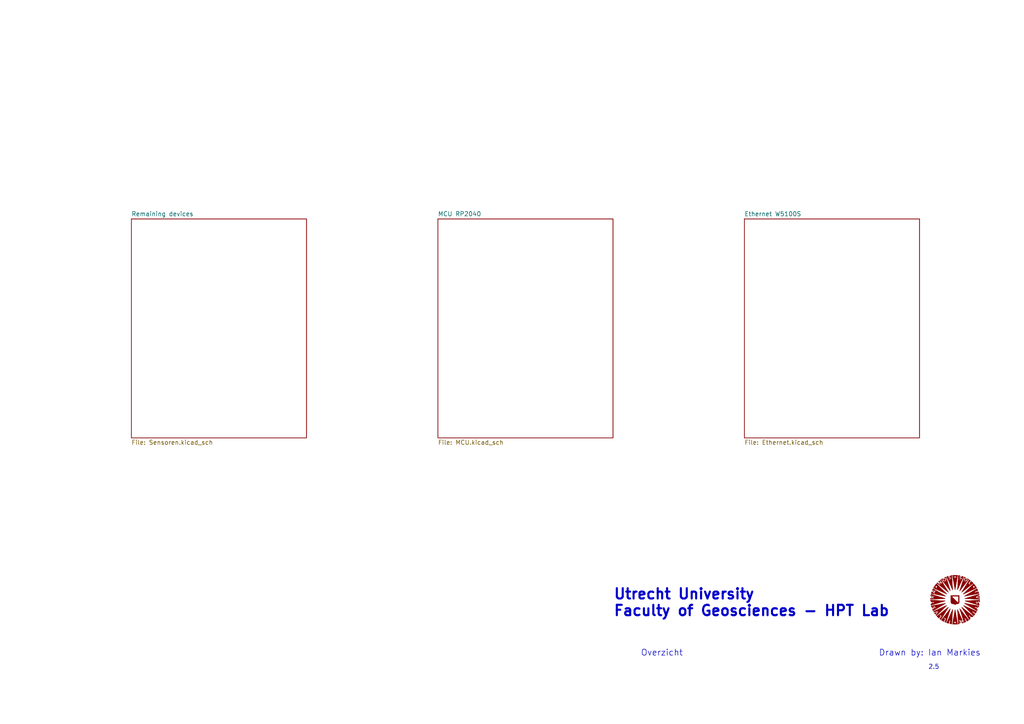
<source format=kicad_sch>
(kicad_sch (version 20211123) (generator eeschema)
  (paper "A4")
  (lib_symbols
    (symbol "HPT:LOGO" (pin_names (offset 1.016)))
  )
  (text "Overzicht" (at 198.12 190.5 180) (effects (font (size 1.75 1.75)) (justify right bottom)))
  (text "2.5" (at 269.24 194.31 0) (effects (font (size 1.27 1.27)) (justify left bottom)))
  (text "Utrecht University\nFaculty of Geosciences - HPT Lab" (at 177.8 179.07 0) (effects (font (size 3 3) (thickness 0.6) bold) (justify left bottom)))
  (text "Drawn by: Ian Markies" (at 284.48 190.5 180) (effects (font (size 1.75 1.75)) (justify right bottom)))
  (symbol (lib_id "HPT:LOGO") (at 276.86 173.99 0) (unit 1)
    (property "Reference" "#G1" (effects hide))
    (property "Value" "LOGO" (effects hide))
  )
  (sheet (at 127 63.5) (size 50.8 63.5) (stroke (width 0.1524))
    (property "Sheet name" "MCU RP2040" (at 127 62.7884 0) (effects (justify left bottom)))
    (property "Sheet file" "MCU.kicad_sch" (at 127 127.5846 0) (effects (justify left top)))
  )
  (sheet (at 215.9 63.5) (size 50.8 63.5) (stroke (width 0.1524))
    (property "Sheet name" "Ethernet W5100S" (at 215.9 62.7884 0) (effects (justify left bottom)))
    (property "Sheet file" "Ethernet.kicad_sch" (at 215.9 127.5846 0) (effects (justify left top)))
  )
  (sheet (at 38.1 63.5) (size 50.8 63.5) (stroke (width 0.1524))
    (property "Sheet name" "Remaining devices" (at 38.1 62.7884 0) (effects (justify left bottom)))
    (property "Sheet file" "Sensoren.kicad_sch" (at 38.1 127.5846 0) (effects (justify left top)))
  )
)
</source>
